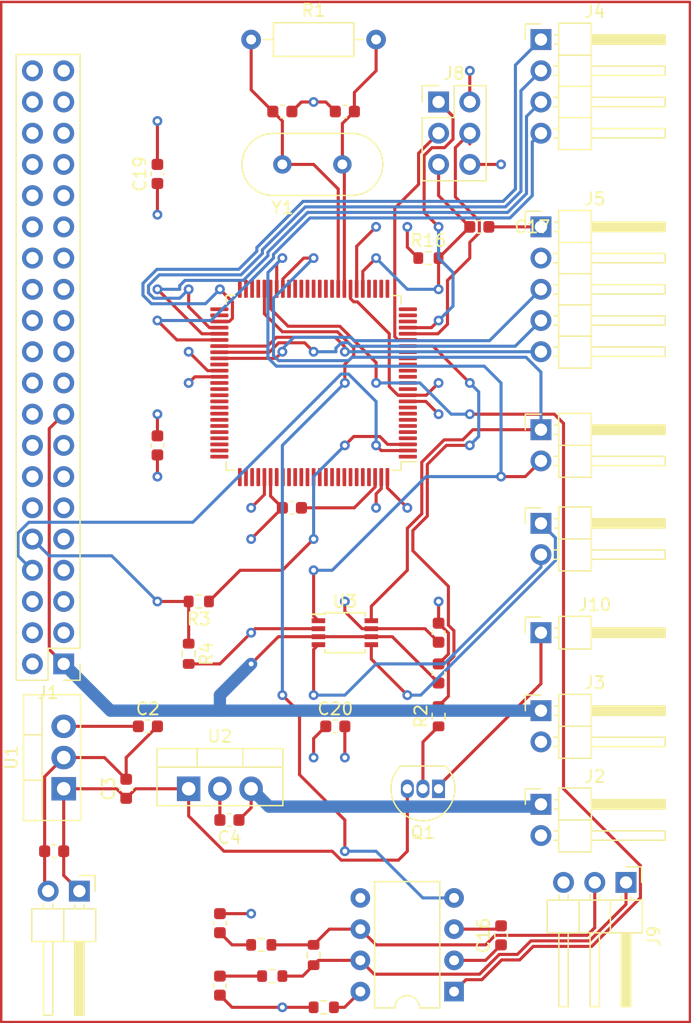
<source format=kicad_pcb>
(kicad_pcb (version 20221018) (generator pcbnew)
  (layers (0 "F.Cu" signal) (1 "In1.Cu" power) (2 "In2.Cu" power) (31 "B.Cu" signal) (34 "B.Paste" user) (35 "F.Paste" user) (36 "B.SilkS" user "B.Silkscreen") (37 "F.SilkS" user "F.Silkscreen") (38 "B.Mask" user) (39 "F.Mask" user) (44 "Edge.Cuts" user))
  (net 0 "")
  (net 1 "+12V")
  (net 2 "+5V")
  (net 3 "GND")
  (net 4 "/5v_AUX")
  (net 5 "/XTAL2")
  (net 6 "/XTAL1")
  (net 7 "+3.3V")
  (net 8 "Net-(C14-Pad1)")
  (net 9 "Net-(C15-Pad1)")
  (net 10 "/MEGA_RST")
  (net 11 "Net-(U6-AREF)")
  (net 15 "/RX_LV")
  (net 16 "/TX_LV")
  (net 40 "/MEGA_GPIO_1")
  (net 41 "/MEGA_GPIO_2")
  (net 42 "/MEGA_GPIO_3")
  (net 43 "/MEGA_GPIO_4")
  (net 44 "/ENC_SW")
  (net 45 "/ENC_DT")
  (net 46 "/ENC_CLK")
  (net 47 "/SCL_LV")
  (net 48 "/SDA_LV")
  (net 49 "/SCL_HV")
  (net 50 "/SDA_HV")
  (net 51 "/MEGA_MISO")
  (net 52 "/MEGA_SCK")
  (net 53 "/MEGA_MOSI")
  (net 54 "/CAN_RX")
  (net 55 "/CAN_TX")
  (net 56 "/AMP_SIG")
  (net 57 "Net-(Q1-B)")
  (net 58 "/AMP_CTRL")
  (net 59 "/TX_HV")
  (net 60 "/CAN_H")
  (net 61 "/CAN_L")
  (net 62 "Net-(U5-Rs)")
  (footprint "Capacitor_SMD:C_0603_1608Metric" (layer "F.Cu") (at 127 81.28 90)
    (fp_text reference "C3")
    (fp_text value "0.33uF" hide)
  )
  (footprint "Package_SO:TSSOP-8_3x3mm_P0.65mm" (layer "F.Cu") (at 144.78 68.58)
    (fp_text reference "U3")
    (fp_text value "TCA9406DC")
  )
  (footprint "Connector_PinHeader_2.54mm:PinHeader_2x20_P2.54mm_Vertical" (layer "F.Cu") (at 121.92 71.12 180)
    (fp_text reference "J1")
    (fp_text value "Raspberry_Pi_2_3")
  )
  (footprint "Capacitor_SMD:C_0603_1608Metric" (layer "F.Cu") (at 140.475 58.42)
    (fp_text reference "C18" hide)
    (fp_text value "0.1uf" hide)
  )
  (footprint "Resistor_SMD:R_0603_1608Metric" (layer "F.Cu") (at 132.905 66.04 180)
    (fp_text reference "R3")
    (fp_text value "510ohm")
  )
  (footprint "Capacitor_SMD:C_0603_1608Metric" (layer "F.Cu") (at 155.715 35.56)
    (fp_text reference "C17")
    (fp_text value "0.1uF" hide)
  )
  (footprint "Connector_PinHeader_2.54mm:PinHeader_2x03_P2.54mm_Vertical" (layer "F.Cu") (at 152.4 25.4)
    (fp_text reference "J8")
    (fp_text value "AVR-ISP-6")
  )
  (footprint "Resistor_SMD:R_0603_1608Metric" (layer "F.Cu") (at 151.575 38.1)
    (fp_text reference "R16")
    (fp_text value "4.7k")
  )
  (footprint "Connector_PinHeader_2.54mm:PinHeader_1x02_P2.54mm_Horizontal" (layer "F.Cu") (at 160.725 52.065)
    (fp_text reference "J7" hide)
    (fp_text value "I2C_HV")
  )
  (footprint "Capacitor_SMD:C_0603_1608Metric" (layer "F.Cu") (at 134.62 92.215 90)
    (fp_text reference "C14" hide)
    (fp_text value "560pF" hide)
  )
  (footprint "Resistor_SMD:R_0603_1608Metric" (layer "F.Cu") (at 143.065 99.06 180)
    (fp_text reference "R15" hide)
    (fp_text value "4.7k" hide)
  )
  (footprint "Resistor_SMD:R_0603_1608Metric" (layer "F.Cu") (at 152.4 75.375 90)
    (fp_text reference "R2")
    (fp_text value "220")
  )
  (footprint "Connector_PinHeader_2.54mm:PinHeader_1x05_P2.54mm_Horizontal" (layer "F.Cu") (at 160.725 35.56)
    (fp_text reference "J5")
    (fp_text value "ENC_CONN")
  )
  (footprint "Capacitor_SMD:C_0603_1608Metric" (layer "F.Cu") (at 152.4 71.895 90)
    (fp_text reference "C5" hide)
    (fp_text value "0.1uF" hide)
  )
  (footprint "Capacitor_SMD:C_0603_1608Metric" (layer "F.Cu") (at 121.145 86.36 180)
    (fp_text reference "C1" hide)
    (fp_text value "0.33uF" hide)
  )
  (footprint "Capacitor_SMD:C_0603_1608Metric" (layer "F.Cu") (at 129.54 53.34 90)
    (fp_text reference "C21" hide)
    (fp_text value "0.1uf" hide)
  )
  (footprint "Connector_PinHeader_2.54mm:PinHeader_1x01_P2.54mm_Horizontal" (layer "F.Cu") (at 160.725 68.58)
    (fp_text reference "J10")
    (fp_text value "amp Conn")
  )
  (footprint "Resistor_SMD:R_0603_1608Metric" (layer "F.Cu") (at 142.24 94.805 90)
    (fp_text reference "R12" hide)
    (fp_text value "120E" hide)
  )
  (footprint "Capacitor_SMD:C_0603_1608Metric" (layer "F.Cu") (at 152.4 68.58 -90)
    (fp_text reference "C6" hide)
    (fp_text value "0.1uF" hide)
  )
  (footprint "Capacitor_SMD:C_0603_1608Metric" (layer "F.Cu") (at 144.78 26.175 180)
    (fp_text reference "C9" hide)
    (fp_text value "22pf" hide)
  )
  (footprint "Connector_PinHeader_2.54mm:PinHeader_1x03_P2.54mm_Horizontal" (layer "F.Cu") (at 167.64 88.9 -90)
    (fp_text reference "J9")
    (fp_text value "CAN_CONN")
  )
  (footprint "Connector_PinHeader_2.54mm:PinHeader_1x04_P2.54mm_Horizontal" (layer "F.Cu") (at 160.725 20.32)
    (fp_text reference "J4")
    (fp_text value "MC_GPIO")
  )
  (footprint "Package_QFP:TQFP-100_14x14mm_P0.5mm" (layer "F.Cu") (at 142.24 48.26 180)
    (fp_text reference "U6" hide)
    (fp_text value "ATmega2560-16A" hide)
  )
  (footprint "Connector_PinHeader_2.54mm:PinHeader_1x02_P2.54mm_Horizontal" (layer "F.Cu") (at 160.725 82.545)
    (fp_text reference "J2")
    (fp_text value "5VOUT")
  )
  (footprint "Capacitor_SMD:C_0603_1608Metric" (layer "F.Cu") (at 134.62 97.295 -90)
    (fp_text reference "C15" hide)
    (fp_text value "560pF" hide)
  )
  (footprint "Connector_PinHeader_2.54mm:PinHeader_1x02_P2.54mm_Horizontal" (layer "F.Cu") (at 160.725 74.925)
    (fp_text reference "J3")
    (fp_text value "3V3OUT")
  )
  (footprint "Capacitor_SMD:C_0603_1608Metric" (layer "F.Cu") (at 129.54 31.255 90)
    (fp_text reference "C19")
    (fp_text value "0.1uf")
  )
  (footprint "Package_TO_SOT_THT:TO-92_Inline" (layer "F.Cu") (at 152.4 81.28 180)
    (fp_text reference "Q1")
    (fp_text value "2N3904")
  )
  (footprint "Capacitor_SMD:C_0603_1608Metric" (layer "F.Cu") (at 157.48 93.205 90)
    (fp_text reference "C16")
    (fp_text value "0.1uF")
  )
  (footprint "Package_DIP:DIP-8_W7.62mm" (layer "F.Cu") (at 153.66 97.78 180)
    (fp_text reference "U5" hide)
    (fp_text value "MCP2551-I-P")
  )
  (footprint "Capacitor_SMD:C_0603_1608Metric" (layer "F.Cu") (at 139.7 26.175)
    (fp_text reference "C10" hide)
    (fp_text value "22pf" hide)
  )
  (footprint "Resistor_SMD:R_0603_1608Metric" (layer "F.Cu") (at 132.08 70.295 -90)
    (fp_text reference "R4")
    (fp_text value "1k")
  )
  (footprint "Capacitor_SMD:C_0603_1608Metric" (layer "F.Cu") (at 144.005 76.2)
    (fp_text reference "C20")
    (fp_text value "0.1uf")
  )
  (footprint "Resistor_SMD:R_0603_1608Metric" (layer "F.Cu") (at 138.875 96.52 180)
    (fp_text reference "R14" hide)
    (fp_text value "100E" hide)
  )
  (footprint "Capacitor_SMD:C_0603_1608Metric" (layer "F.Cu") (at 128.765 76.2)
    (fp_text reference "C2")
    (fp_text value "0.1uF" hide)
  )
  (footprint "Package_TO_SOT_THT:TO-220-3_Vertical" (layer "F.Cu") (at 132.08 81.28)
    (fp_text reference "U2")
    (fp_text value "LM7805_TO220" hide)
  )
  (footprint "Resistor_SMD:R_0603_1608Metric" (layer "F.Cu") (at 137.985 93.98 180)
    (fp_text reference "R13" hide)
    (fp_text value "100E" hide)
  )
  (footprint "Resistor_THT:R_Axial_DIN0207_L6.3mm_D2.5mm_P10.16mm_Horizontal" (layer "F.Cu") (at 137.16 20.32)
    (fp_text reference "R1")
    (fp_text value "1M")
  )
  (footprint "Connector_PinHeader_2.54mm:PinHeader_1x02_P2.54mm_Horizontal" (layer "F.Cu") (at 160.725 59.685)
    (fp_text reference "J6" hide)
    (fp_text value "I2C_LV")
  )
  (footprint "Capacitor_SMD:C_0603_1608Metric" (layer "F.Cu") (at 135.395 83.82 180)
    (fp_text reference "C4")
    (fp_text value "0.1uF" hide)
  )
  (footprint "Crystal:Crystal_HC49-4H_Vertical" (layer "F.Cu") (at 144.58 30.48 180)
    (fp_text reference "Y1")
    (fp_text value "8Mhz")
  )
  (footprint "Connector_PinHeader_2.54mm:PinHeader_1x02_P2.54mm_Horizontal" (layer "F.Cu") (at 123.195 89.605 -90)
    (fp_text reference "J11" hide)
    (fp_text value "Conn_01x02_Pin")
  )
  (footprint "Package_TO_SOT_THT:TO-220-3_Vertical" (layer "F.Cu") (at 121.92 81.28 90)
    (fp_text reference "U1")
    (fp_text value "LM7805_TO220" hide)
  )
  (gr_rect (start 116.84 17.26) (end 172.84 100.26) (stroke (width 0.2)) (fill none) (layer "F.Cu"))
  (segment (start 121.92 81.28) (end 121.92 88.33) (width 0.25) (layer "F.Cu") (net 1))
  (segment (start 127.775 81.28) (end 132.08 81.28) (width 0.25) (layer "F.Cu") (net 1))
  (segment (start 149.86 86.36) (end 149.135 87.085) (width 0.25) (layer "F.Cu") (net 1))
  (segment (start 132.08 83.492538) (end 132.08 81.28) (width 0.25) (layer "F.Cu") (net 1))
  (segment (start 126.225 81.28) (end 127 82.055) (width 0.25) (layer "F.Cu") (net 1))
  (segment (start 134.947462 86.36) (end 132.08 83.492538) (width 0.25) (layer "F.Cu") (net 1))
  (segment (start 149.86 81.28) (end 149.86 86.36) (width 0.25) (layer "F.Cu") (net 1))
  (segment (start 127 82.055) (end 127.775 81.28) (width 0.25) (layer "F.Cu") (net 1))
  (segment (start 121.92 81.28) (end 126.225 81.28) (width 0.25) (layer "F.Cu") (net 1))
  (segment (start 143.754695 86.36) (end 134.947462 86.36) (width 0.25) (layer "F.Cu") (net 1))
  (segment (start 144.479695 87.085) (end 143.754695 86.36) (width 0.25) (layer "F.Cu") (net 1))
  (segment (start 121.92 88.33) (end 123.195 89.605) (width 0.25) (layer "F.Cu") (net 1))
  (segment (start 149.135 87.085) (end 144.479695 87.085) (width 0.25) (layer "F.Cu") (net 1))
  (segment (start 148.24 55.9225) (end 148.24 56.8) (width 0.25) (layer "F.Cu") (net 2))
  (segment (start 146.18 68.255) (end 144.78 66.855) (width 0.25) (layer "F.Cu") (net 2))
  (segment (start 145.74 37.14) (end 145.74 40.5975) (width 0.25) (layer "F.Cu") (net 2))
  (segment (start 149.9025 49.76) (end 151.36 49.76) (width 0.25) (layer "F.Cu") (net 2))
  (segment (start 151.3 68.255) (end 146.18 68.255) (width 0.25) (layer "F.Cu") (net 2))
  (segment (start 153.66 92.7) (end 157.21 92.7) (width 0.25) (layer "F.Cu") (net 2))
  (segment (start 138.24 57.34) (end 137.16 58.42) (width 0.25) (layer "F.Cu") (net 2))
  (segment (start 129.54 30.48) (end 129.54 26.95) (width 0.25) (layer "F.Cu") (net 2))
  (segment (start 144.78 66.855) (end 144.78 66.04) (width 0.25) (layer "F.Cu") (net 2))
  (segment (start 144.78 78.74) (end 144.78 76.2) (width 0.25) (layer "F.Cu") (net 2))
  (segment (start 121.92 76.2) (end 127.99 76.2) (width 0.25) (layer "F.Cu") (net 2))
  (segment (start 134.5775 47.26) (end 133.62 47.26) (width 0.25) (layer "F.Cu") (net 2))
  (segment (start 129.54 52.565) (end 129.54 50.8) (width 0.25) (layer "F.Cu") (net 2))
  (segment (start 133.62 47.26) (end 132.08 45.72) (width 0.25) (layer "F.Cu") (net 2))
  (segment (start 152.4 69.355) (end 151.3 68.255) (width 0.25) (layer "F.Cu") (net 2))
  (segment (start 147.32 35.56) (end 145.74 37.14) (width 0.25) (layer "F.Cu") (net 2))
  (segment (start 148.24 56.8) (end 149.86 58.42) (width 0.25) (layer "F.Cu") (net 2))
  (segment (start 157.21 92.7) (end 157.48 92.43) (width 0.25) (layer "F.Cu") (net 2))
  (segment (start 138.24 55.9225) (end 138.24 57.34) (width 0.25) (layer "F.Cu") (net 2))
  (segment (start 149.86 37.21) (end 149.86 35.56) (width 0.25) (layer "F.Cu") (net 2))
  (segment (start 151.36 49.76) (end 152.4 50.8) (width 0.25) (layer "F.Cu") (net 2))
  (segment (start 154.94 25.4) (end 154.94 22.86) (width 0.25) (layer "F.Cu") (net 2))
  (segment (start 150.75 38.1) (end 149.86 37.21) (width 0.25) (layer "F.Cu") (net 2))
  (via (at 129.54 50.8) (size 0.8) (drill 0.4) (layers "F.Cu" "B.Cu") (net 2))
  (via (at 149.86 35.56) (size 0.8) (drill 0.4) (layers "F.Cu" "B.Cu") (net 2))
  (via (at 152.4 50.8) (size 0.8) (drill 0.4) (layers "F.Cu" "B.Cu") (net 2))
  (via (at 144.78 66.04) (size 0.8) (drill 0.4) (layers "F.Cu" "B.Cu") (net 2))
  (via (at 144.78 78.74) (size 0.8) (drill 0.4) (layers "F.Cu" "B.Cu") (net 2))
  (via (at 132.08 45.72) (size 0.8) (drill 0.4) (layers "F.Cu" "B.Cu") (net 2))
  (via (at 149.86 58.42) (size 0.8) (drill 0.4) (layers "F.Cu" "B.Cu") (net 2))
  (via (at 137.16 58.42) (size 0.8) (drill 0.4) (layers "F.Cu" "B.Cu") (net 2))
  (via (at 147.32 35.56) (size 0.8) (drill 0.4) (layers "F.Cu" "B.Cu") (net 2))
  (via (at 154.94 22.86) (size 0.8) (drill 0.4) (layers "F.Cu" "B.Cu") (net 2))
  (via (at 129.54 26.95) (size 0.8) (drill 0.4) (layers "F.Cu" "B.Cu") (net 2))
  (segment (start 145.499315 41.66) (end 145.8 41.66) (width 0.25) (layer "F.Cu") (net 3))
  (segment (start 152.4 67.805) (end 153.2 68.605) (width 0.25) (layer "F.Cu") (net 3))
  (segment (start 120.37 89.32) (end 120.37 86.36) (width 0.25) (layer "F.Cu") (net 3))
  (segment (start 135.61 99.06) (end 134.62 98.07) (width 0.25) (layer "F.Cu") (net 3))
  (segment (start 156.22 95.24) (end 157.48 93.98) (width 0.25) (layer "F.Cu") (net 3))
  (segment (start 151.4 49.26) (end 152.4 48.26) (width 0.25) (layer "F.Cu") (net 3))
  (segment (start 127 80.505) (end 127 78.74) (width 0.25) (layer "F.Cu") (net 3))
  (segment (start 120.37 80.29) (end 120.37 86.36) (width 0.25) (layer "F.Cu") (net 3))
  (segment (start 138.74 55.9225) (end 138.74 57.46) (width 0.25) (layer "F.Cu") (net 3))
  (segment (start 141.25 25.4) (end 140.475 26.175) (width 0.25) (layer "F.Cu") (net 3))
  (segment (start 129.54 54.115) (end 129.54 55.88) (width 0.25) (layer "F.Cu") (net 3))
  (segment (start 129.54 32.03) (end 129.54 34.57) (width 0.25) (layer "F.Cu") (net 3))
  (segment (start 134.62 71.12) (end 137.16 68.58) (width 0.25) (layer "F.Cu") (net 3))
  (segment (start 134.62 91.44) (end 137.16 91.44) (width 0.25) (layer "F.Cu") (net 3))
  (segment (start 147.32 57.282081) (end 147.74 56.862081) (width 0.25) (layer "F.Cu") (net 3))
  (segment (start 145.24 41.400685) (end 145.499315 41.66) (width 0.25) (layer "F.Cu") (net 3))
  (segment (start 138.74 57.46) (end 139.7 58.42) (width 0.25) (layer "F.Cu") (net 3))
  (segment (start 142.24 25.4) (end 141.25 25.4) (width 0.25) (layer "F.Cu") (net 3))
  (segment (start 153.66 95.24) (end 156.22 95.24) (width 0.25) (layer "F.Cu") (net 3))
  (segment (start 137.16 68.58) (end 137.485 68.255) (width 0.25) (layer "F.Cu") (net 3))
  (segment (start 145.24 40.5975) (end 145.24 41.400685) (width 0.25) (layer "F.Cu") (net 3))
  (segment (start 142.24 78.74) (end 142.24 77.19) (width 0.25) (layer "F.Cu") (net 3))
  (segment (start 142.24 25.4) (end 143.23 25.4) (width 0.25) (layer "F.Cu") (net 3))
  (segment (start 149.099315 49.26) (end 149.9025 49.26) (width 0.25) (layer "F.Cu") (net 3))
  (segment (start 139.7 58.42) (end 137.16 60.96) (width 0.25) (layer "F.Cu") (net 3))
  (segment (start 156.49 35.56) (end 160.725 35.56) (width 0.25) (layer "F.Cu") (net 3))
  (segment (start 152.4 67.805) (end 152.4 66.04) (width 0.25) (layer "F.Cu") (net 3))
  (segment (start 134.5775 47.76) (end 132.58 47.76) (width 0.25) (layer "F.Cu") (net 3))
  (segment (start 154.94 30.48) (end 157.48 30.48) (width 0.25) (layer "F.Cu") (net 3))
  (segment (start 143.23 25.4) (end 144.005 26.175) (width 0.25) (layer "F.Cu") (net 3))
  (segment (start 121.92 78.74) (end 125.235 78.74) (width 0.25) (layer "F.Cu") (net 3))
  (segment (start 132.58 47.76) (end 132.08 48.26) (width 0.25) (layer "F.Cu") (net 3))
  (segment (start 149.9025 49.26) (end 151.4 49.26) (width 0.25) (layer "F.Cu") (net 3))
  (segment (start 148.39 44.25) (end 148.39 48.550685) (width 0.25) (layer "F.Cu") (net 3))
  (segment (start 120.655 89.605) (end 120.37 89.32) (width 0.25) (layer "F.Cu") (net 3))
  (segment (start 142.24 77.19) (end 143.23 76.2) (width 0.25) (layer "F.Cu") (net 3))
  (segment (start 145.8 41.66) (end 148.39 44.25) (width 0.25) (layer "F.Cu") (net 3))
  (segment (start 134.62 83.82) (end 134.62 81.28) (width 0.25) (layer "F.Cu") (net 3))
  (segment (start 153.2 70.32) (end 152.4 71.12) (width 0.25) (layer "F.Cu") (net 3))
  (segment (start 153.2 68.605) (end 153.2 70.32) (width 0.25) (layer "F.Cu") (net 3))
  (segment (start 142.24 99.06) (end 139.7 99.06) (width 0.25) (layer "F.Cu") (net 3))
  (segment (start 127 78.74) (end 129.54 76.2) (width 0.25) (layer "F.Cu") (net 3))
  (segment (start 121.92 78.74) (end 120.37 80.29) (width 0.25) (layer "F.Cu") (net 3))
  (segment (start 137.485 68.255) (end 142.63 68.255) (width 0.25) (layer "F.Cu") (net 3))
  (segment (start 132.08 71.12) (end 134.62 71.12) (width 0.25) (layer "F.Cu") (net 3))
  (segment (start 147.32 58.42) (end 147.32 57.282081) (width 0.25) (layer "F.Cu") (net 3))
  (segment (start 148.39 48.550685) (end 149.099315 49.26) (width 0.25) (layer "F.Cu") (net 3))
  (segment (start 139.7 99.06) (end 135.61 99.06) (width 0.25) (layer "F.Cu") (net 3))
  (segment (start 147.74 56.862081) (end 147.74 55.9225) (width 0.25) (layer "F.Cu") (net 3))
  (segment (start 125.235 78.74) (end 127 80.505) (width 0.25) (layer "F.Cu") (net 3))
  (via (at 137.16 91.44) (size 0.8) (drill 0.4) (layers "F.Cu" "B.Cu") (net 3))
  (via (at 132.08 48.26) (size 0.8) (drill 0.4) (layers "F.Cu" "B.Cu") (net 3))
  (via (at 137.16 60.96) (size 0.8) (drill 0.4) (layers "F.Cu" "B.Cu") (net 3))
  (via (at 137.16 68.58) (size 0.8) (drill 0.4) (layers "F.Cu" "B.Cu") (net 3))
  (via (at 152.4 48.26) (size 0.8) (drill 0.4) (layers "F.Cu" "B.Cu") (net 3))
  (via (at 129.54 34.57) (size 0.8) (drill 0.4) (layers "F.Cu" "B.Cu") (net 3))
  (via (at 147.32 58.42) (size 0.8) (drill 0.4) (layers "F.Cu" "B.Cu") (net 3))
  (via (at 152.4 66.04) (size 0.8) (drill 0.4) (layers "F.Cu" "B.Cu") (net 3))
  (via (at 139.7 99.06) (size 0.8) (drill 0.4) (layers "F.Cu" "B.Cu") (net 3))
  (via (at 142.24 78.74) (size 0.8) (drill 0.4) (layers "F.Cu" "B.Cu") (net 3))
  (via (at 142.24 25.4) (size 0.8) (drill 0.4) (layers "F.Cu" "B.Cu") (net 3))
  (via (at 129.54 55.88) (size 0.8) (drill 0.4) (layers "F.Cu" "B.Cu") (net 3))
  (via (at 157.48 30.48) (size 0.8) (drill 0.4) (layers "F.Cu" "B.Cu") (net 3))
  (segment (start 136.17 83.82) (end 137.16 82.83) (width 0.25) (layer "F.Cu") (net 4))
  (segment (start 137.16 82.83) (end 137.16 81.28) (width 0.25) (layer "F.Cu") (net 4))
  (segment (start 160.725 82.545) (end 160.54 82.73) (width 1) (layer "B.Cu") (net 4))
  (segment (start 160.54 82.73) (end 138.61 82.73) (width 1) (layer "B.Cu") (net 4))
  (segment (start 138.61 82.73) (end 137.16 81.28) (width 1) (layer "B.Cu") (net 4))
  (segment (start 147.32 20.32) (end 147.32 22.86) (width 0.25) (layer "F.Cu") (net 5))
  (segment (start 147.32 22.86) (end 145.555 24.625) (width 0.25) (layer "F.Cu") (net 5))
  (segment (start 144.58 27.15) (end 145.555 26.175) (width 0.25) (layer "F.Cu") (net 5))
  (segment (start 145.555 24.625) (end 145.555 26.175) (width 0.25) (layer "F.Cu") (net 5))
  (segment (start 144.58 27.15) (end 144.58 30.48) (width 0.25) (layer "F.Cu") (net 5))
  (segment (start 144.74 40.5975) (end 144.74 30.64) (width 0.25) (layer "F.Cu") (net 5))
  (segment (start 144.74 30.64) (end 144.58 30.48) (width 0.25) (layer "F.Cu") (net 5))
  (segment (start 144.24 32.48) (end 144.24 40.5975) (width 0.25) (layer "F.Cu") (net 6))
  (segment (start 137.16 20.32) (end 137.16 24.41) (width 0.25) (layer "F.Cu") (net 6))
  (segment (start 142.24 30.48) (end 144.24 32.48) (width 0.25) (layer "F.Cu") (net 6))
  (segment (start 139.7 26.95) (end 138.925 26.175) (width 0.25) (layer "F.Cu") (net 6))
  (segment (start 139.7 26.95) (end 139.7 30.48) (width 0.25) (layer "F.Cu") (net 6))
  (segment (start 139.7 30.48) (end 142.24 30.48) (width 0.25) (layer "F.Cu") (net 6))
  (segment (start 137.16 24.41) (end 138.925 26.175) (width 0.25) (layer "F.Cu") (net 6))
  (segment (start 142.63 68.905) (end 146.93 68.905) (width 0.25) (layer "F.Cu") (net 7))
  (segment (start 146.93 68.905) (end 148.635 68.905) (width 0.25) (layer "F.Cu") (net 7))
  (segment (start 148.635 68.905) (end 152.4 72.67) (width 0.25) (layer "F.Cu") (net 7))
  (segment (start 120.745 69.945) (end 121.92 71.12) (width 0.25) (layer "F.Cu") (net 7))
  (segment (start 120.745 51.975) (end 120.745 69.945) (width 0.25) (layer "F.Cu") (net 7))
  (segment (start 139.375 68.905) (end 142.63 68.905) (width 0.25) (layer "F.Cu") (net 7))
  (segment (start 121.92 50.8) (end 120.745 51.975) (width 0.25) (layer "F.Cu") (net 7))
  (segment (start 137.16 71.12) (end 139.375 68.905) (width 0.25) (layer "F.Cu") (net 7))
  (via (at 137.16 71.12) (size 0.8) (drill 0.4) (layers "F.Cu" "B.Cu") (net 7))
  (segment (start 134.62 74.925) (end 125.725 74.925) (width 1) (layer "B.Cu") (net 7))
  (segment (start 125.725 74.925) (end 121.92 71.12) (width 1) (layer "B.Cu") (net 7))
  (segment (start 134.62 73.66) (end 137.16 71.12) (width 1) (layer "B.Cu") (net 7))
  (segment (start 134.62 74.925) (end 134.62 73.66) (width 1) (layer "B.Cu") (net 7))
  (segment (start 160.725 74.925) (end 134.62 74.925) (width 1) (layer "B.Cu") (net 7))
  (segment (start 134.62 92.99) (end 135.61 93.98) (width 0.25) (layer "F.Cu") (net 8))
  (segment (start 135.61 93.98) (end 137.16 93.98) (width 0.25) (layer "F.Cu") (net 8))
  (segment (start 134.62 96.52) (end 138.05 96.52) (width 0.25) (layer "F.Cu") (net 9))
  (segment (start 146.24 39.18) (end 147.32 38.1) (width 0.25) (layer "F.Cu") (net 10))
  (segment (start 146.24 40.5975) (end 146.24 39.18) (width 0.25) (layer "F.Cu") (net 10))
  (segment (start 152.4 33.02) (end 154.94 35.56) (width 0.25) (layer "F.Cu") (net 10))
  (segment (start 152.4 30.48) (end 152.4 33.02) (width 0.25) (layer "F.Cu") (net 10))
  (segment (start 152.4 38.1) (end 154.94 35.56) (width 0.25) (layer "F.Cu") (net 10))
  (segment (start 152.4 38.1) (end 152.4 40.64) (width 0.25) (layer "F.Cu") (net 10))
  (via (at 152.4 40.64) (size 0.8) (drill 0.4) (layers "F.Cu" "B.Cu") (net 10))
  (via (at 147.32 38.1) (size 0.8) (drill 0.4) (layers "F.Cu" "B.Cu") (net 10))
  (segment (start 147.32 38.1) (end 149.86 40.64) (width 0.25) (layer "B.Cu") (net 10))
  (segment (start 149.86 40.64) (end 152.4 40.64) (width 0.25) (layer "B.Cu") (net 10))
  (segment (start 147.24 55.9225) (end 147.24 56.725685) (width 0.25) (layer "F.Cu") (net 11))
  (segment (start 145.545685 58.42) (end 141.25 58.42) (width 0.25) (layer "F.Cu") (net 11))
  (segment (start 147.24 56.725685) (end 145.545685 58.42) (width 0.25) (layer "F.Cu") (net 11))
  (segment (start 147.74 53.76) (end 149.9025 53.76) (width 0.25) (layer "F.Cu") (net 15))
  (segment (start 147.32 53.34) (end 147.74 53.76) (width 0.25) (layer "F.Cu") (net 15))
  (via (at 147.32 53.34) (size 0.8) (drill 0.4) (layers "F.Cu" "B.Cu") (net 15))
  (segment (start 144.479695 47.535) (end 145.080305 47.535) (width 0.25) (layer "B.Cu") (net 15))
  (segment (start 118.205 60.473299) (end 119.083299 59.595) (width 0.25) (layer "B.Cu") (net 15))
  (segment (start 132.419695 59.595) (end 144.479695 47.535) (width 0.25) (layer "B.Cu") (net 15))
  (segment (start 119.083299 59.595) (end 132.419695 59.595) (width 0.25) (layer "B.Cu") (net 15))
  (segment (start 118.205 62.325) (end 118.205 60.473299) (width 0.25) (layer "B.Cu") (net 15))
  (segment (start 147.32 49.774695) (end 147.32 53.34) (width 0.25) (layer "B.Cu") (net 15))
  (segment (start 119.38 63.5) (end 118.205 62.325) (width 0.25) (layer "B.Cu") (net 15))
  (segment (start 145.080305 47.535) (end 147.32 49.774695) (width 0.25) (layer "B.Cu") (net 15))
  (segment (start 129.54 66.04) (end 132.08 66.04) (width 0.25) (layer "F.Cu") (net 16))
  (segment (start 132.08 69.47) (end 132.08 66.04) (width 0.25) (layer "F.Cu") (net 16))
  (via (at 129.54 66.04) (size 0.8) (drill 0.4) (layers "F.Cu" "B.Cu") (net 16))
  (segment (start 125.825 62.325) (end 129.54 66.04) (width 0.25) (layer "B.Cu") (net 16))
  (segment (start 119.38 60.96) (end 120.745 62.325) (width 0.25) (layer "B.Cu") (net 16))
  (segment (start 120.745 62.325) (end 125.825 62.325) (width 0.25) (layer "B.Cu") (net 16))
  (segment (start 135.64 41.66) (end 134.62 40.64) (width 0.25) (layer "F.Cu") (net 40))
  (segment (start 135.64 43.000685) (end 135.64 41.66) (width 0.25) (layer "F.Cu") (net 40))
  (segment (start 134.5775 43.26) (end 135.380685 43.26) (width 0.25) (layer "F.Cu") (net 40))
  (segment (start 135.380685 43.26) (end 135.64 43.000685) (width 0.25) (layer "F.Cu") (net 40))
  (via (at 134.62 40.64) (size 0.8) (drill 0.4) (layers "F.Cu" "B.Cu") (net 40))
  (segment (start 157.645812 33.485) (end 158.65 32.480812) (width 0.25) (layer "B.Cu") (net 40))
  (segment (start 158.65 22.395) (end 160.725 20.32) (width 0.25) (layer "B.Cu") (net 40))
  (segment (start 158.65 32.480812) (end 158.65 22.395) (width 0.25) (layer "B.Cu") (net 40))
  (segment (start 128.365 40.153299) (end 129.503299 39.015) (width 0.25) (layer "B.Cu") (net 40))
  (segment (start 136.150812 39.015) (end 137.625 37.540812) (width 0.25) (layer "B.Cu") (net 40))
  (segment (start 134.62 40.64) (end 133.445 41.815) (width 0.25) (layer "B.Cu") (net 40))
  (segment (start 128.365 41.126701) (end 128.365 40.153299) (width 0.25) (layer "B.Cu") (net 40))
  (segment (start 141.380507 33.485) (end 157.645812 33.485) (width 0.25) (layer "B.Cu") (net 40))
  (segment (start 133.445 41.815) (end 129.053299 41.815) (width 0.25) (layer "B.Cu") (net 40))
  (segment (start 137.625 37.540812) (end 137.625 37.240507) (width 0.25) (layer "B.Cu") (net 40))
  (segment (start 137.625 37.240507) (end 141.380507 33.485) (width 0.25) (layer "B.Cu") (net 40))
  (segment (start 129.503299 39.015) (end 136.150812 39.015) (width 0.25) (layer "B.Cu") (net 40))
  (segment (start 129.053299 41.815) (end 128.365 41.126701) (width 0.25) (layer "B.Cu") (net 40))
  (segment (start 133.774315 43.76) (end 132.08 42.065685) (width 0.25) (layer "F.Cu") (net 41))
  (segment (start 132.08 42.065685) (end 132.08 40.64) (width 0.25) (layer "F.Cu") (net 41))
  (segment (start 134.5775 43.76) (end 133.774315 43.76) (width 0.25) (layer "F.Cu") (net 41))
  (via (at 132.08 40.64) (size 0.8) (drill 0.4) (layers "F.Cu" "B.Cu") (net 41))
  (segment (start 138.075 37.426903) (end 141.566903 33.935) (width 0.25) (layer "B.Cu") (net 41))
  (segment (start 136.337208 39.465) (end 138.075 37.727208) (width 0.25) (layer "B.Cu") (net 41))
  (segment (start 157.832208 33.935) (end 159.1 32.667208) (width 0.25) (layer "B.Cu") (net 41))
  (segment (start 138.075 37.727208) (end 138.075 37.426903) (width 0.25) (layer "B.Cu") (net 41))
  (segment (start 159.1 32.667208) (end 159.1 24.485) (width 0.25) (layer "B.Cu") (net 41))
  (segment (start 128.815 40.940305) (end 128.815 40.339695) (width 0.25) (layer "B.Cu") (net 41))
  (segment (start 129.239695 41.365) (end 128.815 40.940305) (width 0.25) (layer "B.Cu") (net 41))
  (segment (start 132.08 40.64) (end 131.355 41.365) (width 0.25) (layer "B.Cu") (net 41))
  (segment (start 129.689695 39.465) (end 136.337208 39.465) (width 0.25) (layer "B.Cu") (net 41))
  (segment (start 159.1 24.485) (end 160.725 22.86) (width 0.25) (layer "B.Cu") (net 41))
  (segment (start 141.566903 33.935) (end 157.832208 33.935) (width 0.25) (layer "B.Cu") (net 41))
  (segment (start 128.815 40.339695) (end 129.689695 39.465) (width 0.25) (layer "B.Cu") (net 41))
  (segment (start 131.355 41.365) (end 129.239695 41.365) (width 0.25) (layer "B.Cu") (net 41))
  (segment (start 133.16 44.26) (end 129.54 40.64) (width 0.25) (layer "F.Cu") (net 42))
  (segment (start 134.5775 44.26) (end 133.16 44.26) (width 0.25) (layer "F.Cu") (net 42))
  (via (at 129.54 40.64) (size 0.8) (drill 0.4) (layers "F.Cu" "B.Cu") (net 42))
  (segment (start 131.355 40.339695) (end 131.779695 39.915) (width 0.25) (layer "B.Cu") (net 42))
  (segment (start 138.525 37.613299) (end 141.753299 34.385) (width 0.25) (layer "B.Cu") (net 42))
  (segment (start 141.753299 34.385) (end 158.018604 34.385) (width 0.25) (layer "B.Cu") (net 42))
  (segment (start 136.523604 39.915) (end 138.525 37.913604) (width 0.25) (layer "B.Cu") (net 42))
  (segment (start 131.355 40.64) (end 131.355 40.339695) (width 0.25) (layer "B.Cu") (net 42))
  (segment (start 158.018604 34.385) (end 159.55 32.853604) (width 0.25) (layer "B.Cu") (net 42))
  (segment (start 138.525 37.913604) (end 138.525 37.613299) (width 0.25) (layer "B.Cu") (net 42))
  (segment (start 129.54 40.64) (end 131.355 40.64) (width 0.25) (layer "B.Cu") (net 42))
  (segment (start 131.779695 39.915) (end 136.523604 39.915) (width 0.25) (layer "B.Cu") (net 42))
  (segment (start 159.55 32.853604) (end 159.55 26.575) (width 0.25) (layer "B.Cu") (net 42))
  (segment (start 159.55 26.575) (end 160.725 25.4) (width 0.25) (layer "B.Cu") (net 42))
  (segment (start 134.5775 44.76) (end 131.12 44.76) (width 0.25) (layer "F.Cu") (net 43))
  (segment (start 131.12 44.76) (end 129.54 43.18) (width 0.25) (layer "F.Cu") (net 43))
  (via (at 129.54 43.18) (size 0.8) (drill 0.4) (layers "F.Cu" "B.Cu") (net 43))
  (segment (start 158.205 34.835) (end 160.02 33.02) (width 0.25) (layer "B.Cu") (net 43))
  (segment (start 133.895 43.18) (end 138.975 38.1) (width 0.25) (layer "B.Cu") (net 43))
  (segment (start 138.975 38.1) (end 138.975 37.799695) (width 0.25) (layer "B.Cu") (net 43))
  (segment (start 141.939695 34.835) (end 158.205 34.835) (width 0.25) (layer "B.Cu") (net 43))
  (segment (start 160.02 28.645) (end 160.725 27.94) (width 0.25) (layer "B.Cu") (net 43))
  (segment (start 160.02 33.02) (end 160.02 28.645) (width 0.25) (layer "B.Cu") (net 43))
  (segment (start 129.54 43.18) (end 133.895 43.18) (width 0.25) (layer "B.Cu") (net 43))
  (segment (start 138.975 37.799695) (end 141.939695 34.835) (width 0.25) (layer "B.Cu") (net 43))
  (segment (start 134.5775 46.26) (end 139.16 46.26) (width 0.25) (layer "F.Cu") (net 44))
  (segment (start 139.16 46.26) (end 139.7 45.72) (width 0.25) (layer "F.Cu") (net 44))
  (via (at 139.7 45.72) (size 0.8) (drill 0.4) (layers "F.Cu" "B.Cu") (net 44))
  (segment (start 139.7 45.485305) (end 140.640305 44.545) (width 0.25) (layer "B.Cu") (net 44))
  (segment (start 156.545 44.82) (end 160.725 40.64) (width 0.25) (layer "B.Cu") (net 44))
  (segment (start 145.541701 44.82) (end 156.545 44.82) (width 0.25) (layer "B.Cu") (net 44))
  (segment (start 139.7 45.72) (end 139.7 45.485305) (width 0.25) (layer "B.Cu") (net 44))
  (segment (start 140.640305 44.545) (end 145.266701 44.545) (width 0.25) (layer "B.Cu") (net 44))
  (segment (start 145.266701 44.545) (end 145.541701 44.82) (width 0.25) (layer "B.Cu") (net 44))
  (segment (start 139.399695 44.995) (end 141.515 44.995) (width 0.25) (layer "F.Cu") (net 45))
  (segment (start 138.634695 45.76) (end 139.399695 44.995) (width 0.25) (layer "F.Cu") (net 45))
  (segment (start 141.515 44.995) (end 142.24 45.72) (width 0.25) (layer "F.Cu") (net 45))
  (segment (start 134.5775 45.76) (end 138.634695 45.76) (width 0.25) (layer "F.Cu") (net 45))
  (via (at 142.24 45.72) (size 0.8) (drill 0.4) (layers "F.Cu" "B.Cu") (net 45))
  (segment (start 158.635 45.27) (end 160.725 43.18) (width 0.25) (layer "B.Cu") (net 45))
  (segment (start 144.055 45.72) (end 144.055 45.419695) (width 0.25) (layer "B.Cu") (net 45))
  (segment (start 144.055 45.419695) (end 144.479695 44.995) (width 0.25) (layer "B.Cu") (net 45))
  (segment (start 145.080305 44.995) (end 145.355305 45.27) (width 0.25) (layer "B.Cu") (net 45))
  (segment (start 144.479695 44.995) (end 145.080305 44.995) (width 0.25) (layer "B.Cu") (net 45))
  (segment (start 142.24 45.72) (end 144.055 45.72) (width 0.25) (layer "B.Cu") (net 45))
  (segment (start 145.355305 45.27) (end 158.635 45.27) (width 0.25) (layer "B.Cu") (net 45))
  (segment (start 138.498299 45.26) (end 139.213299 44.545) (width 0.25) (layer "F.Cu") (net 46))
  (segment (start 143.993909 44.545) (end 144.78 45.331091) (width 0.25) (layer "F.Cu") (net 46))
  (segment (start 134.5775 45.26) (end 138.498299 45.26) (width 0.25) (layer "F.Cu") (net 46))
  (segment (start 144.78 45.331091) (end 144.78 45.72) (width 0.25) (layer "F.Cu") (net 46))
  (segment (start 139.213299 44.545) (end 143.993909 44.545) (width 0.25) (layer "F.Cu") (net 46))
  (via (at 144.78 45.72) (size 0.8) (drill 0.4) (layers "F.Cu" "B.Cu") (net 46))
  (segment (start 144.78 45.72) (end 160.725 45.72) (width 0.25) (layer "B.Cu") (net 46))
  (segment (start 146.93 70.73) (end 149.86 73.66) (width 0.25) (layer "F.Cu") (net 47))
  (segment (start 146.93 69.555) (end 146.93 70.73) (width 0.25) (layer "F.Cu") (net 47))
  (via (at 149.86 73.66) (size 0.8) (drill 0.4) (layers "F.Cu" "B.Cu") (net 47))
  (segment (start 161.9 60.86) (end 160.725 59.685) (width 0.25) (layer "B.Cu") (net 47))
  (segment (start 149.86 73.66) (end 150.951701 73.66) (width 0.25) (layer "B.Cu") (net 47))
  (segment (start 161.9 62.711701) (end 161.9 60.86) (width 0.25) (layer "B.Cu") (net 47))
  (segment (start 150.951701 73.66) (end 161.9 62.711701) (width 0.25) (layer "B.Cu") (net 47))
  (segment (start 142.24 69.945) (end 142.63 69.555) (width 0.25) (layer "F.Cu") (net 48))
  (segment (start 142.24 73.66) (end 142.24 69.945) (width 0.25) (layer "F.Cu") (net 48))
  (via (at 142.24 73.66) (size 0.8) (drill 0.4) (layers "F.Cu" "B.Cu") (net 48))
  (segment (start 152.855305 71.12) (end 147.32 71.12) (width 0.25) (layer "B.Cu") (net 48))
  (segment (start 160.725 62.225) (end 160.725 63.250305) (width 0.25) (layer "B.Cu") (net 48))
  (segment (start 160.725 63.250305) (end 152.855305 71.12) (width 0.25) (layer "B.Cu") (net 48))
  (segment (start 147.32 71.12) (end 144.78 73.66) (width 0.25) (layer "B.Cu") (net 48))
  (segment (start 144.78 73.66) (end 142.24 73.66) (width 0.25) (layer "B.Cu") (net 48))
  (segment (start 160.725 52.065) (end 155.189695 52.065) (width 0.25) (layer "F.Cu") (net 49))
  (segment (start 154.364695 52.89) (end 152.85 52.89) (width 0.25) (layer "F.Cu") (net 49))
  (segment (start 151.035 58.906701) (end 149.86 60.081701) (width 0.25) (layer "F.Cu") (net 49))
  (segment (start 146.93 66.43) (end 146.93 67.605) (width 0.25) (layer "F.Cu") (net 49))
  (segment (start 149.86 63.5) (end 146.93 66.43) (width 0.25) (layer "F.Cu") (net 49))
  (segment (start 139.74 39.794315) (end 141.434315 38.1) (width 0.25) (layer "F.Cu") (net 49))
  (segment (start 151.035 54.705) (end 151.035 58.906701) (width 0.25) (layer "F.Cu") (net 49))
  (segment (start 139.74 40.5975) (end 139.74 39.794315) (width 0.25) (layer "F.Cu") (net 49))
  (segment (start 149.86 60.081701) (end 149.86 63.5) (width 0.25) (layer "F.Cu") (net 49))
  (segment (start 141.434315 38.1) (end 142.24 38.1) (width 0.25) (layer "F.Cu") (net 49))
  (segment (start 152.85 52.89) (end 151.035 54.705) (width 0.25) (layer "F.Cu") (net 49))
  (segment (start 155.189695 52.065) (end 154.364695 52.89) (width 0.25) (layer "F.Cu") (net 49))
  (via (at 142.24 38.1) (size 0.8) (drill 0.4) (layers "F.Cu" "B.Cu") (net 49))
  (segment (start 138.975 41.365) (end 138.975 46.020305) (width 0.25) (layer "B.Cu") (net 49))
  (segment (start 138.975 46.020305) (end 139.399695 46.445) (width 0.25) (layer "B.Cu") (net 49))
  (segment (start 142.24 38.1) (end 138.975 41.365) (width 0.25) (layer "B.Cu") (net 49))
  (segment (start 159.513299 46.17) (end 160.725 47.381701) (width 0.25) (layer "B.Cu") (net 49))
  (segment (start 160.725 47.381701) (end 160.725 52.065) (width 0.25) (layer "B.Cu") (net 49))
  (segment (start 145.080305 46.445) (end 145.355305 46.17) (width 0.25) (layer "B.Cu") (net 49))
  (segment (start 145.355305 46.17) (end 159.513299 46.17) (width 0.25) (layer "B.Cu") (net 49))
  (segment (start 139.399695 46.445) (end 145.080305 46.445) (width 0.25) (layer "B.Cu") (net 49))
  (segment (start 159.45 55.88) (end 160.725 54.605) (width 0.25) (layer "F.Cu") (net 50))
  (segment (start 139.24 38.56) (end 139.7 38.1) (width 0.25) (layer "F.Cu") (net 50))
  (segment (start 142.24 63.5) (end 142.24 67.215) (width 0.25) (layer "F.Cu") (net 50))
  (segment (start 142.24 67.215) (end 142.63 67.605) (width 0.25) (layer "F.Cu") (net 50))
  (segment (start 157.48 55.88) (end 159.45 55.88) (width 0.25) (layer "F.Cu") (net 50))
  (segment (start 139.24 40.5975) (end 139.24 38.56) (width 0.25) (layer "F.Cu") (net 50))
  (via (at 157.48 55.88) (size 0.8) (drill 0.4) (layers "F.Cu" "B.Cu") (net 50))
  (via (at 142.24 63.5) (size 0.8) (drill 0.4) (layers "F.Cu" "B.Cu") (net 50))
  (via (at 139.7 38.1) (size 0.8) (drill 0.4) (layers "F.Cu" "B.Cu") (net 50))
  (segment (start 143.754695 63.5) (end 151.374695 55.88) (width 0.25) (layer "B.Cu") (net 50))
  (segment (start 157.48 48.26) (end 157.48 55.88) (width 0.25) (layer "B.Cu") (net 50))
  (segment (start 156.115 46.895) (end 157.48 48.26) (width 0.25) (layer "B.Cu") (net 50))
  (segment (start 138.525 39.275) (end 138.525 46.206701) (width 0.25) (layer "B.Cu") (net 50))
  (segment (start 142.24 63.5) (end 143.754695 63.5) (width 0.25) (layer "B.Cu") (net 50))
  (segment (start 151.374695 55.88) (end 157.48 55.88) (width 0.25) (layer "B.Cu") (net 50))
  (segment (start 138.525 46.206701) (end 139.213299 46.895) (width 0.25) (layer "B.Cu") (net 50))
  (segment (start 139.7 38.1) (end 138.525 39.275) (width 0.25) (layer "B.Cu") (net 50))
  (segment (start 139.213299 46.895) (end 156.115 46.895) (width 0.25) (layer "B.Cu") (net 50))
  (segment (start 152.4 35.56) (end 151.225 34.385) (width 0.25) (layer "F.Cu") (net 51))
  (segment (start 153.575 28.426701) (end 153.575 26.575) (width 0.25) (layer "F.Cu") (net 51))
  (segment (start 152.886701 29.115) (end 153.575 28.426701) (width 0.25) (layer "F.Cu") (net 51))
  (segment (start 151.861396 29.115) (end 152.886701 29.115) (width 0.25) (layer "F.Cu") (net 51))
  (segment (start 151.82 43.76) (end 152.4 43.18) (width 0.25) (layer "F.Cu") (net 51))
  (segment (start 151.225 34.385) (end 151.225 29.751396) (width 0.25) (layer "F.Cu") (net 51))
  (segment (start 151.225 29.751396) (end 151.861396 29.115) (width 0.25) (layer "F.Cu") (net 51))
  (segment (start 153.575 26.575) (end 152.4 25.4) (width 0.25) (layer "F.Cu") (net 51))
  (segment (start 149.9025 43.76) (end 151.82 43.76) (width 0.25) (layer "F.Cu") (net 51))
  (via (at 152.4 35.56) (size 0.8) (drill 0.4) (layers "F.Cu" "B.Cu") (net 51))
  (via (at 152.4 43.18) (size 0.8) (drill 0.4) (layers "F.Cu" "B.Cu") (net 51))
  (segment (start 153.575 39.275) (end 152.4 38.1) (width 0.25) (layer "B.Cu") (net 51))
  (segment (start 152.4 38.1) (end 152.4 35.56) (width 0.25) (layer "B.Cu") (net 51))
  (segment (start 152.4 43.18) (end 153.575 42.005) (width 0.25) (layer "B.Cu") (net 51))
  (segment (start 153.575 42.005) (end 153.575 39.275) (width 0.25) (layer "B.Cu") (net 51))
  (segment (start 150.775 32.105) (end 150.775 29.565) (width 0.25) (layer "F.Cu") (net 52))
  (segment (start 150.775 29.565) (end 152.4 27.94) (width 0.25) (layer "F.Cu") (net 52))
  (segment (start 149.099315 44.76) (end 148.84 44.500685) (width 0.25) (layer "F.Cu") (net 52))
  (segment (start 148.84 34.04) (end 150.775 32.105) (width 0.25) (layer "F.Cu") (net 52))
  (segment (start 149.9025 44.76) (end 149.099315 44.76) (width 0.25) (layer "F.Cu") (net 52))
  (segment (start 148.84 44.500685) (end 148.84 34.04) (width 0.25) (layer "F.Cu") (net 52))
  (segment (start 154.94 28.818299) (end 154.94 27.94) (width 0.25) (layer "F.Cu") (net 53))
  (segment (start 149.9025 44.26) (end 152.345305 44.26) (width 0.25) (layer "F.Cu") (net 53))
  (segment (start 152.345305 44.26) (end 153.125 43.480305) (width 0.25) (layer "F.Cu") (net 53))
  (segment (start 155.715 36.037817) (end 155.715 35.082183) (width 0.25) (layer "F.Cu") (net 53))
  (segment (start 154.94 36.812817) (end 155.715 36.037817) (width 0.25) (layer "F.Cu") (net 53))
  (segment (start 153.125 39.915) (end 154.94 38.1) (width 0.25) (layer "F.Cu") (net 53))
  (segment (start 154.94 38.1) (end 154.94 36.812817) (width 0.25) (layer "F.Cu") (net 53))
  (segment (start 153.765 33.132183) (end 153.765 29.115) (width 0.25) (layer "F.Cu") (net 53))
  (segment (start 153.125 43.480305) (end 153.125 39.915) (width 0.25) (layer "F.Cu") (net 53))
  (segment (start 153.765 29.115) (end 154.94 27.94) (width 0.25) (layer "F.Cu") (net 53))
  (segment (start 155.715 35.082183) (end 153.765 33.132183) (width 0.25) (layer "F.Cu") (net 53))
  (segment (start 138.74 40.5975) (end 138.74 42.22) (width 0.25) (layer "F.Cu") (net 54))
  (segment (start 164.854048 94.105) (end 168.815 90.144048) (width 0.25) (layer "F.Cu") (net 54))
  (segment (start 154.625 96.815) (end 155.917792 96.815) (width 0.25) (layer "F.Cu") (net 54))
  (segment (start 138.74 42.22) (end 140.165 43.645) (width 0.25) (layer "F.Cu") (net 54))
  (segment (start 154.94 50.8) (end 157.48 50.8) (width 0.25) (layer "F.Cu") (net 54))
  (segment (start 160.092246 94.105) (end 164.854048 94.105) (width 0.25) (layer "F.Cu") (net 54))
  (segment (start 168.815 90.144048) (end 168.815 87.535) (width 0.25) (layer "F.Cu") (net 54))
  (segment (start 147.32 46.598299) (end 147.32 48.26) (width 0.25) (layer "F.Cu") (net 54))
  (segment (start 155.917792 96.815) (end 157.527792 95.205) (width 0.25) (layer "F.Cu") (net 54))
  (segment (start 144.366701 43.645) (end 147.32 46.598299) (width 0.25) (layer "F.Cu") (net 54))
  (segment (start 162.56 51.55) (end 161.81 50.8) (width 0.25) (layer "F.Cu") (net 54))
  (segment (start 140.165 43.645) (end 144.366701 43.645) (width 0.25) (layer "F.Cu") (net 54))
  (segment (start 153.66 97.78) (end 154.625 96.815) (width 0.25) (layer "F.Cu") (net 54))
  (segment (start 161.81 50.8) (end 154.94 50.8) (width 0.25) (layer "F.Cu") (net 54))
  (segment (start 158.992246 95.205) (end 160.092246 94.105) (width 0.25) (layer "F.Cu") (net 54))
  (segment (start 162.56 81.28) (end 162.56 51.55) (width 0.25) (layer "F.Cu") (net 54))
  (segment (start 157.527792 95.205) (end 158.992246 95.205) (width 0.25) (layer "F.Cu") (net 54))
  (segment (start 168.815 87.535) (end 162.56 81.28) (width 0.25) (layer "F.Cu") (net 54))
  (via (at 147.32 48.26) (size 0.8) (drill 0.4) (layers "F.Cu" "B.Cu") (net 54))
  (via (at 154.94 50.8) (size 0.8) (drill 0.4) (layers "F.Cu" "B.Cu") (net 54))
  (segment (start 150.885305 48.26) (end 153.425305 50.8) (width 0.25) (layer "B.Cu") (net 54))
  (segment (start 147.32 48.26) (end 150.885305 48.26) (width 0.25) (layer "B.Cu") (net 54))
  (segment (start 153.425305 50.8) (end 154.94 50.8) (width 0.25) (layer "B.Cu") (net 54))
  (segment (start 141.094543 80.134543) (end 141.094543 75.054543) (width 0.25) (layer "F.Cu") (net 55))
  (segment (start 144.78 83.82) (end 141.094543 80.134543) (width 0.25) (layer "F.Cu") (net 55))
  (segment (start 145.505 46.020305) (end 145.505 45.419695) (width 0.25) (layer "F.Cu") (net 55))
  (segment (start 139.7 44.095) (end 138.24 42.635) (width 0.25) (layer "F.Cu") (net 55))
  (segment (start 144.180305 44.095) (end 139.7 44.095) (width 0.25) (layer "F.Cu") (net 55))
  (segment (start 144.78 86.36) (end 144.78 83.82) (width 0.25) (layer "F.Cu") (net 55))
  (segment (start 138.24 42.635) (end 138.24 40.5975) (width 0.25) (layer "F.Cu") (net 55))
  (segment (start 144.78 46.745305) (end 144.78 48.26) (width 0.25) (layer "F.Cu") (net 55))
  (segment (start 145.505 46.020305) (end 144.78 46.745305) (width 0.25) (layer "F.Cu") (net 55))
  (segment (start 141.094543 75.054543) (end 139.7 73.66) (width 0.25) (layer "F.Cu") (net 55))
  (segment (start 145.505 45.419695) (end 144.180305 44.095) (width 0.25) (layer "F.Cu") (net 55))
  (via (at 144.78 48.26) (size 0.8) (drill 0.4) (layers "F.Cu" "B.Cu") (net 55))
  (via (at 139.7 73.66) (size 0.8) (drill 0.4) (layers "F.Cu" "B.Cu") (net 55))
  (via (at 144.78 86.36) (size 0.8) (drill 0.4) (layers "F.Cu" "B.Cu") (net 55))
  (segment (start 139.7 53.34) (end 144.78 48.26) (width 0.25) (layer "B.Cu") (net 55))
  (segment (start 151.12 90.16) (end 153.66 90.16) (width 0.25) (layer "B.Cu") (net 55))
  (segment (start 139.7 73.66) (end 139.7 53.34) (width 0.25) (layer "B.Cu") (net 55))
  (segment (start 144.78 86.36) (end 147.32 86.36) (width 0.25) (layer "B.Cu") (net 55))
  (segment (start 147.32 86.36) (end 151.12 90.16) (width 0.25) (layer "B.Cu") (net 55))
  (segment (start 152.4 81.055) (end 160.725 72.73) (width 0.25) (layer "F.Cu") (net 56))
  (segment (start 152.4 81.28) (end 152.4 81.055) (width 0.25) (layer "F.Cu") (net 56))
  (segment (start 160.725 72.73) (end 160.725 68.58) (width 0.25) (layer "F.Cu") (net 56))
  (segment (start 151.13 77.47) (end 152.4 76.2) (width 0.25) (layer "F.Cu") (net 57))
  (segment (start 151.13 81.28) (end 151.13 77.47) (width 0.25) (layer "F.Cu") (net 57))
  (segment (start 151.485 59.093097) (end 150.31 60.268097) (width 0.25) (layer "F.Cu") (net 58))
  (segment (start 150.31 60.268097) (end 150.31 61.917462) (width 0.25) (layer "F.Cu") (net 58))
  (segment (start 150.31 61.917462) (end 153.2 64.807462) (width 0.25) (layer "F.Cu") (net 58))
  (segment (start 153.65 70.506396) (end 153.2 70.956396) (width 0.25) (layer "F.Cu") (net 58))
  (segment (start 153.65 68.418604) (end 153.65 70.506396) (width 0.25) (layer "F.Cu") (net 58))
  (segment (start 151.94 45.26) (end 154.94 48.26) (width 0.25) (layer "F.Cu") (net 58))
  (segment (start 153.036396 53.34) (end 151.485 54.891396) (width 0.25) (layer "F.Cu") (net 58))
  (segment (start 149.9025 45.26) (end 151.94 45.26) (width 0.25) (layer "F.Cu") (net 58))
  (segment (start 153.2 67.968604) (end 153.65 68.418604) (width 0.25) (layer "F.Cu") (net 58))
  (segment (start 153.2 70.956396) (end 153.2 73.75) (width 0.25) (layer "F.Cu") (net 58))
  (segment (start 153.2 73.75) (end 152.4 74.55) (width 0.25) (layer "F.Cu") (net 58))
  (segment (start 153.2 64.807462) (end 153.2 67.968604) (width 0.25) (layer "F.Cu") (net 58))
  (segment (start 151.485 54.891396) (end 151.485 59.093097) (width 0.25) (layer "F.Cu") (net 58))
  (segment (start 154.94 53.34) (end 153.036396 53.34) (width 0.25) (layer "F.Cu") (net 58))
  (via (at 154.94 48.26) (size 0.8) (drill 0.4) (layers "F.Cu" "B.Cu") (net 58))
  (via (at 154.94 53.34) (size 0.8) (drill 0.4) (layers "F.Cu" "B.Cu") (net 58))
  (segment (start 155.665 48.985) (end 155.665 52.615) (width 0.25) (layer "B.Cu") (net 58))
  (segment (start 154.94 48.26) (end 155.665 48.985) (width 0.25) (layer "B.Cu") (net 58))
  (segment (start 155.665 52.615) (end 154.94 53.34) (width 0.25) (layer "B.Cu") (net 58))
  (segment (start 139.7 63.5) (end 142.24 60.96) (width 0.25) (layer "F.Cu") (net 59))
  (segment (start 144.78 53.34) (end 145.505 52.615) (width 0.25) (layer "F.Cu") (net 59))
  (segment (start 148.265305 53.26) (end 149.9025 53.26) (width 0.25) (layer "F.Cu") (net 59))
  (segment (start 147.620305 52.615) (end 148.265305 53.26) (width 0.25) (layer "F.Cu") (net 59))
  (segment (start 136.27 63.5) (end 139.7 63.5) (width 0.25) (layer "F.Cu") (net 59))
  (segment (start 145.505 52.615) (end 147.620305 52.615) (width 0.25) (layer "F.Cu") (net 59))
  (segment (start 133.73 66.04) (end 136.27 63.5) (width 0.25) (layer "F.Cu") (net 59))
  (via (at 142.24 60.96) (size 0.8) (drill 0.4) (layers "F.Cu" "B.Cu") (net 59))
  (via (at 144.78 53.34) (size 0.8) (drill 0.4) (layers "F.Cu" "B.Cu") (net 59))
  (segment (start 144.78 53.34) (end 142.24 55.88) (width 0.25) (layer "B.Cu") (net 59))
  (segment (start 142.24 55.88) (end 142.24 60.96) (width 0.25) (layer "B.Cu") (net 59))
  (segment (start 157.341396 94.755) (end 158.80585 94.755) (width 0.25) (layer "F.Cu") (net 60))
  (segment (start 155.731396 96.365) (end 157.341396 94.755) (width 0.25) (layer "F.Cu") (net 60))
  (segment (start 167.64 90.682652) (end 167.64 88.9) (width 0.25) (layer "F.Cu") (net 60))
  (segment (start 147.165 96.365) (end 155.731396 96.365) (width 0.25) (layer "F.Cu") (net 60))
  (segment (start 139.7 96.52) (end 141.35 96.52) (width 0.25) (layer "F.Cu") (net 60))
  (segment (start 141.35 96.52) (end 142.24 95.63) (width 0.25) (layer "F.Cu") (net 60))
  (segment (start 146.04 95.24) (end 147.165 96.365) (width 0.25) (layer "F.Cu") (net 60))
  (segment (start 142.24 95.63) (end 142.63 95.24) (width 0.25) (layer "F.Cu") (net 60))
  (segment (start 158.80585 94.755) (end 159.90585 93.655) (width 0.25) (layer "F.Cu") (net 60))
  (segment (start 159.90585 93.655) (end 164.667652 93.655) (width 0.25) (layer "F.Cu") (net 60))
  (segment (start 142.63 95.24) (end 146.04 95.24) (width 0.25) (layer "F.Cu") (net 60))
  (segment (start 164.667652 93.655) (end 167.64 90.682652) (width 0.25) (layer "F.Cu") (net 60))
  (segment (start 164.481256 93.205) (end 157.002183 93.205) (width 0.25) (layer "F.Cu") (net 61))
  (segment (start 165.1 88.9) (end 165.1 92.586256) (width 0.25) (layer "F.Cu") (net 61))
  (segment (start 142.24 93.98) (end 143.52 92.7) (width 0.25) (layer "F.Cu") (net 61))
  (segment (start 138.81 93.98) (end 142.24 93.98) (width 0.25) (layer "F.Cu") (net 61))
  (segment (start 157.002183 93.205) (end 156.227183 93.98) (width 0.25) (layer "F.Cu") (net 61))
  (segment (start 147.32 93.98) (end 146.04 92.7) (width 0.25) (layer "F.Cu") (net 61))
  (segment (start 143.52 92.7) (end 146.04 92.7) (width 0.25) (layer "F.Cu") (net 61))
  (segment (start 165.1 92.586256) (end 164.481256 93.205) (width 0.25) (layer "F.Cu") (net 61))
  (segment (start 156.227183 93.98) (end 147.32 93.98) (width 0.25) (layer "F.Cu") (net 61))
  (segment (start 143.89 99.06) (end 144.76 99.06) (width 0.25) (layer "F.Cu") (net 62))
  (segment (start 144.76 99.06) (end 146.04 97.78) (width 0.25) (layer "F.Cu") (net 62))
)
</source>
